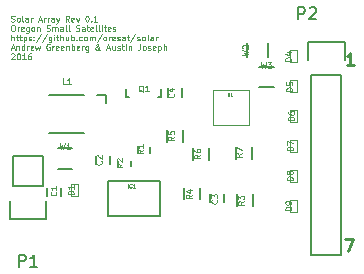
<source format=gbr>
G04 #@! TF.FileFunction,Legend,Top*
%FSLAX46Y46*%
G04 Gerber Fmt 4.6, Leading zero omitted, Abs format (unit mm)*
G04 Created by KiCad (PCBNEW 4.0.1+dfsg1-stable) date Thu 10 Mar 2016 03:19:20 PM PST*
%MOMM*%
G01*
G04 APERTURE LIST*
%ADD10C,0.020000*%
%ADD11C,0.100000*%
%ADD12C,0.250000*%
%ADD13C,0.150000*%
%ADD14C,0.050000*%
%ADD15C,0.125000*%
%ADD16C,0.060000*%
%ADD17C,0.062500*%
G04 APERTURE END LIST*
D10*
D11*
X130905238Y-89026381D02*
X130976667Y-89050190D01*
X131095714Y-89050190D01*
X131143333Y-89026381D01*
X131167143Y-89002571D01*
X131190952Y-88954952D01*
X131190952Y-88907333D01*
X131167143Y-88859714D01*
X131143333Y-88835905D01*
X131095714Y-88812095D01*
X131000476Y-88788286D01*
X130952857Y-88764476D01*
X130929048Y-88740667D01*
X130905238Y-88693048D01*
X130905238Y-88645429D01*
X130929048Y-88597810D01*
X130952857Y-88574000D01*
X131000476Y-88550190D01*
X131119524Y-88550190D01*
X131190952Y-88574000D01*
X131476666Y-89050190D02*
X131429047Y-89026381D01*
X131405238Y-89002571D01*
X131381428Y-88954952D01*
X131381428Y-88812095D01*
X131405238Y-88764476D01*
X131429047Y-88740667D01*
X131476666Y-88716857D01*
X131548095Y-88716857D01*
X131595714Y-88740667D01*
X131619523Y-88764476D01*
X131643333Y-88812095D01*
X131643333Y-88954952D01*
X131619523Y-89002571D01*
X131595714Y-89026381D01*
X131548095Y-89050190D01*
X131476666Y-89050190D01*
X131929047Y-89050190D02*
X131881428Y-89026381D01*
X131857619Y-88978762D01*
X131857619Y-88550190D01*
X132333809Y-89050190D02*
X132333809Y-88788286D01*
X132310000Y-88740667D01*
X132262381Y-88716857D01*
X132167143Y-88716857D01*
X132119524Y-88740667D01*
X132333809Y-89026381D02*
X132286190Y-89050190D01*
X132167143Y-89050190D01*
X132119524Y-89026381D01*
X132095714Y-88978762D01*
X132095714Y-88931143D01*
X132119524Y-88883524D01*
X132167143Y-88859714D01*
X132286190Y-88859714D01*
X132333809Y-88835905D01*
X132571905Y-89050190D02*
X132571905Y-88716857D01*
X132571905Y-88812095D02*
X132595714Y-88764476D01*
X132619524Y-88740667D01*
X132667143Y-88716857D01*
X132714762Y-88716857D01*
X133238571Y-88907333D02*
X133476666Y-88907333D01*
X133190952Y-89050190D02*
X133357619Y-88550190D01*
X133524285Y-89050190D01*
X133690952Y-89050190D02*
X133690952Y-88716857D01*
X133690952Y-88812095D02*
X133714761Y-88764476D01*
X133738571Y-88740667D01*
X133786190Y-88716857D01*
X133833809Y-88716857D01*
X134000476Y-89050190D02*
X134000476Y-88716857D01*
X134000476Y-88812095D02*
X134024285Y-88764476D01*
X134048095Y-88740667D01*
X134095714Y-88716857D01*
X134143333Y-88716857D01*
X134524285Y-89050190D02*
X134524285Y-88788286D01*
X134500476Y-88740667D01*
X134452857Y-88716857D01*
X134357619Y-88716857D01*
X134310000Y-88740667D01*
X134524285Y-89026381D02*
X134476666Y-89050190D01*
X134357619Y-89050190D01*
X134310000Y-89026381D01*
X134286190Y-88978762D01*
X134286190Y-88931143D01*
X134310000Y-88883524D01*
X134357619Y-88859714D01*
X134476666Y-88859714D01*
X134524285Y-88835905D01*
X134714762Y-88716857D02*
X134833809Y-89050190D01*
X134952857Y-88716857D02*
X134833809Y-89050190D01*
X134786190Y-89169238D01*
X134762381Y-89193048D01*
X134714762Y-89216857D01*
X135809999Y-89050190D02*
X135643332Y-88812095D01*
X135524285Y-89050190D02*
X135524285Y-88550190D01*
X135714761Y-88550190D01*
X135762380Y-88574000D01*
X135786189Y-88597810D01*
X135809999Y-88645429D01*
X135809999Y-88716857D01*
X135786189Y-88764476D01*
X135762380Y-88788286D01*
X135714761Y-88812095D01*
X135524285Y-88812095D01*
X136214761Y-89026381D02*
X136167142Y-89050190D01*
X136071904Y-89050190D01*
X136024285Y-89026381D01*
X136000475Y-88978762D01*
X136000475Y-88788286D01*
X136024285Y-88740667D01*
X136071904Y-88716857D01*
X136167142Y-88716857D01*
X136214761Y-88740667D01*
X136238570Y-88788286D01*
X136238570Y-88835905D01*
X136000475Y-88883524D01*
X136405237Y-88716857D02*
X136524284Y-89050190D01*
X136643332Y-88716857D01*
X137309998Y-88550190D02*
X137357617Y-88550190D01*
X137405236Y-88574000D01*
X137429045Y-88597810D01*
X137452855Y-88645429D01*
X137476664Y-88740667D01*
X137476664Y-88859714D01*
X137452855Y-88954952D01*
X137429045Y-89002571D01*
X137405236Y-89026381D01*
X137357617Y-89050190D01*
X137309998Y-89050190D01*
X137262379Y-89026381D01*
X137238569Y-89002571D01*
X137214760Y-88954952D01*
X137190950Y-88859714D01*
X137190950Y-88740667D01*
X137214760Y-88645429D01*
X137238569Y-88597810D01*
X137262379Y-88574000D01*
X137309998Y-88550190D01*
X137690950Y-89002571D02*
X137714759Y-89026381D01*
X137690950Y-89050190D01*
X137667140Y-89026381D01*
X137690950Y-89002571D01*
X137690950Y-89050190D01*
X138190949Y-89050190D02*
X137905235Y-89050190D01*
X138048092Y-89050190D02*
X138048092Y-88550190D01*
X138000473Y-88621619D01*
X137952854Y-88669238D01*
X137905235Y-88693048D01*
X131024286Y-89350190D02*
X131119524Y-89350190D01*
X131167143Y-89374000D01*
X131214762Y-89421619D01*
X131238571Y-89516857D01*
X131238571Y-89683524D01*
X131214762Y-89778762D01*
X131167143Y-89826381D01*
X131119524Y-89850190D01*
X131024286Y-89850190D01*
X130976667Y-89826381D01*
X130929048Y-89778762D01*
X130905238Y-89683524D01*
X130905238Y-89516857D01*
X130929048Y-89421619D01*
X130976667Y-89374000D01*
X131024286Y-89350190D01*
X131452858Y-89850190D02*
X131452858Y-89516857D01*
X131452858Y-89612095D02*
X131476667Y-89564476D01*
X131500477Y-89540667D01*
X131548096Y-89516857D01*
X131595715Y-89516857D01*
X131952858Y-89826381D02*
X131905239Y-89850190D01*
X131810001Y-89850190D01*
X131762382Y-89826381D01*
X131738572Y-89778762D01*
X131738572Y-89588286D01*
X131762382Y-89540667D01*
X131810001Y-89516857D01*
X131905239Y-89516857D01*
X131952858Y-89540667D01*
X131976667Y-89588286D01*
X131976667Y-89635905D01*
X131738572Y-89683524D01*
X132405238Y-89516857D02*
X132405238Y-89921619D01*
X132381429Y-89969238D01*
X132357619Y-89993048D01*
X132310000Y-90016857D01*
X132238572Y-90016857D01*
X132190953Y-89993048D01*
X132405238Y-89826381D02*
X132357619Y-89850190D01*
X132262381Y-89850190D01*
X132214762Y-89826381D01*
X132190953Y-89802571D01*
X132167143Y-89754952D01*
X132167143Y-89612095D01*
X132190953Y-89564476D01*
X132214762Y-89540667D01*
X132262381Y-89516857D01*
X132357619Y-89516857D01*
X132405238Y-89540667D01*
X132714762Y-89850190D02*
X132667143Y-89826381D01*
X132643334Y-89802571D01*
X132619524Y-89754952D01*
X132619524Y-89612095D01*
X132643334Y-89564476D01*
X132667143Y-89540667D01*
X132714762Y-89516857D01*
X132786191Y-89516857D01*
X132833810Y-89540667D01*
X132857619Y-89564476D01*
X132881429Y-89612095D01*
X132881429Y-89754952D01*
X132857619Y-89802571D01*
X132833810Y-89826381D01*
X132786191Y-89850190D01*
X132714762Y-89850190D01*
X133095715Y-89516857D02*
X133095715Y-89850190D01*
X133095715Y-89564476D02*
X133119524Y-89540667D01*
X133167143Y-89516857D01*
X133238572Y-89516857D01*
X133286191Y-89540667D01*
X133310000Y-89588286D01*
X133310000Y-89850190D01*
X133905238Y-89826381D02*
X133976667Y-89850190D01*
X134095714Y-89850190D01*
X134143333Y-89826381D01*
X134167143Y-89802571D01*
X134190952Y-89754952D01*
X134190952Y-89707333D01*
X134167143Y-89659714D01*
X134143333Y-89635905D01*
X134095714Y-89612095D01*
X134000476Y-89588286D01*
X133952857Y-89564476D01*
X133929048Y-89540667D01*
X133905238Y-89493048D01*
X133905238Y-89445429D01*
X133929048Y-89397810D01*
X133952857Y-89374000D01*
X134000476Y-89350190D01*
X134119524Y-89350190D01*
X134190952Y-89374000D01*
X134405238Y-89850190D02*
X134405238Y-89516857D01*
X134405238Y-89564476D02*
X134429047Y-89540667D01*
X134476666Y-89516857D01*
X134548095Y-89516857D01*
X134595714Y-89540667D01*
X134619523Y-89588286D01*
X134619523Y-89850190D01*
X134619523Y-89588286D02*
X134643333Y-89540667D01*
X134690952Y-89516857D01*
X134762380Y-89516857D01*
X134810000Y-89540667D01*
X134833809Y-89588286D01*
X134833809Y-89850190D01*
X135286190Y-89850190D02*
X135286190Y-89588286D01*
X135262381Y-89540667D01*
X135214762Y-89516857D01*
X135119524Y-89516857D01*
X135071905Y-89540667D01*
X135286190Y-89826381D02*
X135238571Y-89850190D01*
X135119524Y-89850190D01*
X135071905Y-89826381D01*
X135048095Y-89778762D01*
X135048095Y-89731143D01*
X135071905Y-89683524D01*
X135119524Y-89659714D01*
X135238571Y-89659714D01*
X135286190Y-89635905D01*
X135595714Y-89850190D02*
X135548095Y-89826381D01*
X135524286Y-89778762D01*
X135524286Y-89350190D01*
X135857619Y-89850190D02*
X135810000Y-89826381D01*
X135786191Y-89778762D01*
X135786191Y-89350190D01*
X136405238Y-89826381D02*
X136476667Y-89850190D01*
X136595714Y-89850190D01*
X136643333Y-89826381D01*
X136667143Y-89802571D01*
X136690952Y-89754952D01*
X136690952Y-89707333D01*
X136667143Y-89659714D01*
X136643333Y-89635905D01*
X136595714Y-89612095D01*
X136500476Y-89588286D01*
X136452857Y-89564476D01*
X136429048Y-89540667D01*
X136405238Y-89493048D01*
X136405238Y-89445429D01*
X136429048Y-89397810D01*
X136452857Y-89374000D01*
X136500476Y-89350190D01*
X136619524Y-89350190D01*
X136690952Y-89374000D01*
X137119523Y-89850190D02*
X137119523Y-89588286D01*
X137095714Y-89540667D01*
X137048095Y-89516857D01*
X136952857Y-89516857D01*
X136905238Y-89540667D01*
X137119523Y-89826381D02*
X137071904Y-89850190D01*
X136952857Y-89850190D01*
X136905238Y-89826381D01*
X136881428Y-89778762D01*
X136881428Y-89731143D01*
X136905238Y-89683524D01*
X136952857Y-89659714D01*
X137071904Y-89659714D01*
X137119523Y-89635905D01*
X137286190Y-89516857D02*
X137476666Y-89516857D01*
X137357619Y-89350190D02*
X137357619Y-89778762D01*
X137381428Y-89826381D01*
X137429047Y-89850190D01*
X137476666Y-89850190D01*
X137833809Y-89826381D02*
X137786190Y-89850190D01*
X137690952Y-89850190D01*
X137643333Y-89826381D01*
X137619523Y-89778762D01*
X137619523Y-89588286D01*
X137643333Y-89540667D01*
X137690952Y-89516857D01*
X137786190Y-89516857D01*
X137833809Y-89540667D01*
X137857618Y-89588286D01*
X137857618Y-89635905D01*
X137619523Y-89683524D01*
X138143332Y-89850190D02*
X138095713Y-89826381D01*
X138071904Y-89778762D01*
X138071904Y-89350190D01*
X138405237Y-89850190D02*
X138357618Y-89826381D01*
X138333809Y-89778762D01*
X138333809Y-89350190D01*
X138595714Y-89850190D02*
X138595714Y-89516857D01*
X138595714Y-89350190D02*
X138571904Y-89374000D01*
X138595714Y-89397810D01*
X138619523Y-89374000D01*
X138595714Y-89350190D01*
X138595714Y-89397810D01*
X138762380Y-89516857D02*
X138952856Y-89516857D01*
X138833809Y-89350190D02*
X138833809Y-89778762D01*
X138857618Y-89826381D01*
X138905237Y-89850190D01*
X138952856Y-89850190D01*
X139309999Y-89826381D02*
X139262380Y-89850190D01*
X139167142Y-89850190D01*
X139119523Y-89826381D01*
X139095713Y-89778762D01*
X139095713Y-89588286D01*
X139119523Y-89540667D01*
X139167142Y-89516857D01*
X139262380Y-89516857D01*
X139309999Y-89540667D01*
X139333808Y-89588286D01*
X139333808Y-89635905D01*
X139095713Y-89683524D01*
X139524284Y-89826381D02*
X139571903Y-89850190D01*
X139667141Y-89850190D01*
X139714760Y-89826381D01*
X139738570Y-89778762D01*
X139738570Y-89754952D01*
X139714760Y-89707333D01*
X139667141Y-89683524D01*
X139595713Y-89683524D01*
X139548094Y-89659714D01*
X139524284Y-89612095D01*
X139524284Y-89588286D01*
X139548094Y-89540667D01*
X139595713Y-89516857D01*
X139667141Y-89516857D01*
X139714760Y-89540667D01*
X130929048Y-90650190D02*
X130929048Y-90150190D01*
X131143333Y-90650190D02*
X131143333Y-90388286D01*
X131119524Y-90340667D01*
X131071905Y-90316857D01*
X131000476Y-90316857D01*
X130952857Y-90340667D01*
X130929048Y-90364476D01*
X131310000Y-90316857D02*
X131500476Y-90316857D01*
X131381429Y-90150190D02*
X131381429Y-90578762D01*
X131405238Y-90626381D01*
X131452857Y-90650190D01*
X131500476Y-90650190D01*
X131595714Y-90316857D02*
X131786190Y-90316857D01*
X131667143Y-90150190D02*
X131667143Y-90578762D01*
X131690952Y-90626381D01*
X131738571Y-90650190D01*
X131786190Y-90650190D01*
X131952857Y-90316857D02*
X131952857Y-90816857D01*
X131952857Y-90340667D02*
X132000476Y-90316857D01*
X132095714Y-90316857D01*
X132143333Y-90340667D01*
X132167142Y-90364476D01*
X132190952Y-90412095D01*
X132190952Y-90554952D01*
X132167142Y-90602571D01*
X132143333Y-90626381D01*
X132095714Y-90650190D01*
X132000476Y-90650190D01*
X131952857Y-90626381D01*
X132381428Y-90626381D02*
X132429047Y-90650190D01*
X132524285Y-90650190D01*
X132571904Y-90626381D01*
X132595714Y-90578762D01*
X132595714Y-90554952D01*
X132571904Y-90507333D01*
X132524285Y-90483524D01*
X132452857Y-90483524D01*
X132405238Y-90459714D01*
X132381428Y-90412095D01*
X132381428Y-90388286D01*
X132405238Y-90340667D01*
X132452857Y-90316857D01*
X132524285Y-90316857D01*
X132571904Y-90340667D01*
X132810000Y-90602571D02*
X132833809Y-90626381D01*
X132810000Y-90650190D01*
X132786190Y-90626381D01*
X132810000Y-90602571D01*
X132810000Y-90650190D01*
X132810000Y-90340667D02*
X132833809Y-90364476D01*
X132810000Y-90388286D01*
X132786190Y-90364476D01*
X132810000Y-90340667D01*
X132810000Y-90388286D01*
X133405237Y-90126381D02*
X132976666Y-90769238D01*
X133929047Y-90126381D02*
X133500476Y-90769238D01*
X134310000Y-90316857D02*
X134310000Y-90721619D01*
X134286191Y-90769238D01*
X134262381Y-90793048D01*
X134214762Y-90816857D01*
X134143334Y-90816857D01*
X134095715Y-90793048D01*
X134310000Y-90626381D02*
X134262381Y-90650190D01*
X134167143Y-90650190D01*
X134119524Y-90626381D01*
X134095715Y-90602571D01*
X134071905Y-90554952D01*
X134071905Y-90412095D01*
X134095715Y-90364476D01*
X134119524Y-90340667D01*
X134167143Y-90316857D01*
X134262381Y-90316857D01*
X134310000Y-90340667D01*
X134548096Y-90650190D02*
X134548096Y-90316857D01*
X134548096Y-90150190D02*
X134524286Y-90174000D01*
X134548096Y-90197810D01*
X134571905Y-90174000D01*
X134548096Y-90150190D01*
X134548096Y-90197810D01*
X134714762Y-90316857D02*
X134905238Y-90316857D01*
X134786191Y-90150190D02*
X134786191Y-90578762D01*
X134810000Y-90626381D01*
X134857619Y-90650190D01*
X134905238Y-90650190D01*
X135071905Y-90650190D02*
X135071905Y-90150190D01*
X135286190Y-90650190D02*
X135286190Y-90388286D01*
X135262381Y-90340667D01*
X135214762Y-90316857D01*
X135143333Y-90316857D01*
X135095714Y-90340667D01*
X135071905Y-90364476D01*
X135738571Y-90316857D02*
X135738571Y-90650190D01*
X135524286Y-90316857D02*
X135524286Y-90578762D01*
X135548095Y-90626381D01*
X135595714Y-90650190D01*
X135667143Y-90650190D01*
X135714762Y-90626381D01*
X135738571Y-90602571D01*
X135976667Y-90650190D02*
X135976667Y-90150190D01*
X135976667Y-90340667D02*
X136024286Y-90316857D01*
X136119524Y-90316857D01*
X136167143Y-90340667D01*
X136190952Y-90364476D01*
X136214762Y-90412095D01*
X136214762Y-90554952D01*
X136190952Y-90602571D01*
X136167143Y-90626381D01*
X136119524Y-90650190D01*
X136024286Y-90650190D01*
X135976667Y-90626381D01*
X136429048Y-90602571D02*
X136452857Y-90626381D01*
X136429048Y-90650190D01*
X136405238Y-90626381D01*
X136429048Y-90602571D01*
X136429048Y-90650190D01*
X136881428Y-90626381D02*
X136833809Y-90650190D01*
X136738571Y-90650190D01*
X136690952Y-90626381D01*
X136667143Y-90602571D01*
X136643333Y-90554952D01*
X136643333Y-90412095D01*
X136667143Y-90364476D01*
X136690952Y-90340667D01*
X136738571Y-90316857D01*
X136833809Y-90316857D01*
X136881428Y-90340667D01*
X137167142Y-90650190D02*
X137119523Y-90626381D01*
X137095714Y-90602571D01*
X137071904Y-90554952D01*
X137071904Y-90412095D01*
X137095714Y-90364476D01*
X137119523Y-90340667D01*
X137167142Y-90316857D01*
X137238571Y-90316857D01*
X137286190Y-90340667D01*
X137309999Y-90364476D01*
X137333809Y-90412095D01*
X137333809Y-90554952D01*
X137309999Y-90602571D01*
X137286190Y-90626381D01*
X137238571Y-90650190D01*
X137167142Y-90650190D01*
X137548095Y-90650190D02*
X137548095Y-90316857D01*
X137548095Y-90364476D02*
X137571904Y-90340667D01*
X137619523Y-90316857D01*
X137690952Y-90316857D01*
X137738571Y-90340667D01*
X137762380Y-90388286D01*
X137762380Y-90650190D01*
X137762380Y-90388286D02*
X137786190Y-90340667D01*
X137833809Y-90316857D01*
X137905237Y-90316857D01*
X137952857Y-90340667D01*
X137976666Y-90388286D01*
X137976666Y-90650190D01*
X138571904Y-90126381D02*
X138143333Y-90769238D01*
X138810000Y-90650190D02*
X138762381Y-90626381D01*
X138738572Y-90602571D01*
X138714762Y-90554952D01*
X138714762Y-90412095D01*
X138738572Y-90364476D01*
X138762381Y-90340667D01*
X138810000Y-90316857D01*
X138881429Y-90316857D01*
X138929048Y-90340667D01*
X138952857Y-90364476D01*
X138976667Y-90412095D01*
X138976667Y-90554952D01*
X138952857Y-90602571D01*
X138929048Y-90626381D01*
X138881429Y-90650190D01*
X138810000Y-90650190D01*
X139190953Y-90650190D02*
X139190953Y-90316857D01*
X139190953Y-90412095D02*
X139214762Y-90364476D01*
X139238572Y-90340667D01*
X139286191Y-90316857D01*
X139333810Y-90316857D01*
X139690953Y-90626381D02*
X139643334Y-90650190D01*
X139548096Y-90650190D01*
X139500477Y-90626381D01*
X139476667Y-90578762D01*
X139476667Y-90388286D01*
X139500477Y-90340667D01*
X139548096Y-90316857D01*
X139643334Y-90316857D01*
X139690953Y-90340667D01*
X139714762Y-90388286D01*
X139714762Y-90435905D01*
X139476667Y-90483524D01*
X139905238Y-90626381D02*
X139952857Y-90650190D01*
X140048095Y-90650190D01*
X140095714Y-90626381D01*
X140119524Y-90578762D01*
X140119524Y-90554952D01*
X140095714Y-90507333D01*
X140048095Y-90483524D01*
X139976667Y-90483524D01*
X139929048Y-90459714D01*
X139905238Y-90412095D01*
X139905238Y-90388286D01*
X139929048Y-90340667D01*
X139976667Y-90316857D01*
X140048095Y-90316857D01*
X140095714Y-90340667D01*
X140548095Y-90650190D02*
X140548095Y-90388286D01*
X140524286Y-90340667D01*
X140476667Y-90316857D01*
X140381429Y-90316857D01*
X140333810Y-90340667D01*
X140548095Y-90626381D02*
X140500476Y-90650190D01*
X140381429Y-90650190D01*
X140333810Y-90626381D01*
X140310000Y-90578762D01*
X140310000Y-90531143D01*
X140333810Y-90483524D01*
X140381429Y-90459714D01*
X140500476Y-90459714D01*
X140548095Y-90435905D01*
X140714762Y-90316857D02*
X140905238Y-90316857D01*
X140786191Y-90150190D02*
X140786191Y-90578762D01*
X140810000Y-90626381D01*
X140857619Y-90650190D01*
X140905238Y-90650190D01*
X141429047Y-90126381D02*
X141000476Y-90769238D01*
X141571905Y-90626381D02*
X141619524Y-90650190D01*
X141714762Y-90650190D01*
X141762381Y-90626381D01*
X141786191Y-90578762D01*
X141786191Y-90554952D01*
X141762381Y-90507333D01*
X141714762Y-90483524D01*
X141643334Y-90483524D01*
X141595715Y-90459714D01*
X141571905Y-90412095D01*
X141571905Y-90388286D01*
X141595715Y-90340667D01*
X141643334Y-90316857D01*
X141714762Y-90316857D01*
X141762381Y-90340667D01*
X142071905Y-90650190D02*
X142024286Y-90626381D01*
X142000477Y-90602571D01*
X141976667Y-90554952D01*
X141976667Y-90412095D01*
X142000477Y-90364476D01*
X142024286Y-90340667D01*
X142071905Y-90316857D01*
X142143334Y-90316857D01*
X142190953Y-90340667D01*
X142214762Y-90364476D01*
X142238572Y-90412095D01*
X142238572Y-90554952D01*
X142214762Y-90602571D01*
X142190953Y-90626381D01*
X142143334Y-90650190D01*
X142071905Y-90650190D01*
X142524286Y-90650190D02*
X142476667Y-90626381D01*
X142452858Y-90578762D01*
X142452858Y-90150190D01*
X142929048Y-90650190D02*
X142929048Y-90388286D01*
X142905239Y-90340667D01*
X142857620Y-90316857D01*
X142762382Y-90316857D01*
X142714763Y-90340667D01*
X142929048Y-90626381D02*
X142881429Y-90650190D01*
X142762382Y-90650190D01*
X142714763Y-90626381D01*
X142690953Y-90578762D01*
X142690953Y-90531143D01*
X142714763Y-90483524D01*
X142762382Y-90459714D01*
X142881429Y-90459714D01*
X142929048Y-90435905D01*
X143167144Y-90650190D02*
X143167144Y-90316857D01*
X143167144Y-90412095D02*
X143190953Y-90364476D01*
X143214763Y-90340667D01*
X143262382Y-90316857D01*
X143310001Y-90316857D01*
X130905238Y-91307333D02*
X131143333Y-91307333D01*
X130857619Y-91450190D02*
X131024286Y-90950190D01*
X131190952Y-91450190D01*
X131357619Y-91116857D02*
X131357619Y-91450190D01*
X131357619Y-91164476D02*
X131381428Y-91140667D01*
X131429047Y-91116857D01*
X131500476Y-91116857D01*
X131548095Y-91140667D01*
X131571904Y-91188286D01*
X131571904Y-91450190D01*
X132024285Y-91450190D02*
X132024285Y-90950190D01*
X132024285Y-91426381D02*
X131976666Y-91450190D01*
X131881428Y-91450190D01*
X131833809Y-91426381D01*
X131810000Y-91402571D01*
X131786190Y-91354952D01*
X131786190Y-91212095D01*
X131810000Y-91164476D01*
X131833809Y-91140667D01*
X131881428Y-91116857D01*
X131976666Y-91116857D01*
X132024285Y-91140667D01*
X132262381Y-91450190D02*
X132262381Y-91116857D01*
X132262381Y-91212095D02*
X132286190Y-91164476D01*
X132310000Y-91140667D01*
X132357619Y-91116857D01*
X132405238Y-91116857D01*
X132762381Y-91426381D02*
X132714762Y-91450190D01*
X132619524Y-91450190D01*
X132571905Y-91426381D01*
X132548095Y-91378762D01*
X132548095Y-91188286D01*
X132571905Y-91140667D01*
X132619524Y-91116857D01*
X132714762Y-91116857D01*
X132762381Y-91140667D01*
X132786190Y-91188286D01*
X132786190Y-91235905D01*
X132548095Y-91283524D01*
X132952857Y-91116857D02*
X133048095Y-91450190D01*
X133143333Y-91212095D01*
X133238571Y-91450190D01*
X133333809Y-91116857D01*
X134167142Y-90974000D02*
X134119523Y-90950190D01*
X134048095Y-90950190D01*
X133976666Y-90974000D01*
X133929047Y-91021619D01*
X133905238Y-91069238D01*
X133881428Y-91164476D01*
X133881428Y-91235905D01*
X133905238Y-91331143D01*
X133929047Y-91378762D01*
X133976666Y-91426381D01*
X134048095Y-91450190D01*
X134095714Y-91450190D01*
X134167142Y-91426381D01*
X134190952Y-91402571D01*
X134190952Y-91235905D01*
X134095714Y-91235905D01*
X134405238Y-91450190D02*
X134405238Y-91116857D01*
X134405238Y-91212095D02*
X134429047Y-91164476D01*
X134452857Y-91140667D01*
X134500476Y-91116857D01*
X134548095Y-91116857D01*
X134905238Y-91426381D02*
X134857619Y-91450190D01*
X134762381Y-91450190D01*
X134714762Y-91426381D01*
X134690952Y-91378762D01*
X134690952Y-91188286D01*
X134714762Y-91140667D01*
X134762381Y-91116857D01*
X134857619Y-91116857D01*
X134905238Y-91140667D01*
X134929047Y-91188286D01*
X134929047Y-91235905D01*
X134690952Y-91283524D01*
X135333809Y-91426381D02*
X135286190Y-91450190D01*
X135190952Y-91450190D01*
X135143333Y-91426381D01*
X135119523Y-91378762D01*
X135119523Y-91188286D01*
X135143333Y-91140667D01*
X135190952Y-91116857D01*
X135286190Y-91116857D01*
X135333809Y-91140667D01*
X135357618Y-91188286D01*
X135357618Y-91235905D01*
X135119523Y-91283524D01*
X135571904Y-91116857D02*
X135571904Y-91450190D01*
X135571904Y-91164476D02*
X135595713Y-91140667D01*
X135643332Y-91116857D01*
X135714761Y-91116857D01*
X135762380Y-91140667D01*
X135786189Y-91188286D01*
X135786189Y-91450190D01*
X136024285Y-91450190D02*
X136024285Y-90950190D01*
X136024285Y-91140667D02*
X136071904Y-91116857D01*
X136167142Y-91116857D01*
X136214761Y-91140667D01*
X136238570Y-91164476D01*
X136262380Y-91212095D01*
X136262380Y-91354952D01*
X136238570Y-91402571D01*
X136214761Y-91426381D01*
X136167142Y-91450190D01*
X136071904Y-91450190D01*
X136024285Y-91426381D01*
X136667142Y-91426381D02*
X136619523Y-91450190D01*
X136524285Y-91450190D01*
X136476666Y-91426381D01*
X136452856Y-91378762D01*
X136452856Y-91188286D01*
X136476666Y-91140667D01*
X136524285Y-91116857D01*
X136619523Y-91116857D01*
X136667142Y-91140667D01*
X136690951Y-91188286D01*
X136690951Y-91235905D01*
X136452856Y-91283524D01*
X136905237Y-91450190D02*
X136905237Y-91116857D01*
X136905237Y-91212095D02*
X136929046Y-91164476D01*
X136952856Y-91140667D01*
X137000475Y-91116857D01*
X137048094Y-91116857D01*
X137429046Y-91116857D02*
X137429046Y-91521619D01*
X137405237Y-91569238D01*
X137381427Y-91593048D01*
X137333808Y-91616857D01*
X137262380Y-91616857D01*
X137214761Y-91593048D01*
X137429046Y-91426381D02*
X137381427Y-91450190D01*
X137286189Y-91450190D01*
X137238570Y-91426381D01*
X137214761Y-91402571D01*
X137190951Y-91354952D01*
X137190951Y-91212095D01*
X137214761Y-91164476D01*
X137238570Y-91140667D01*
X137286189Y-91116857D01*
X137381427Y-91116857D01*
X137429046Y-91140667D01*
X138452856Y-91450190D02*
X138429046Y-91450190D01*
X138381427Y-91426381D01*
X138309998Y-91354952D01*
X138190951Y-91212095D01*
X138143332Y-91140667D01*
X138119522Y-91069238D01*
X138119522Y-91021619D01*
X138143332Y-90974000D01*
X138190951Y-90950190D01*
X138214760Y-90950190D01*
X138262379Y-90974000D01*
X138286189Y-91021619D01*
X138286189Y-91045429D01*
X138262379Y-91093048D01*
X138238570Y-91116857D01*
X138095713Y-91212095D01*
X138071903Y-91235905D01*
X138048094Y-91283524D01*
X138048094Y-91354952D01*
X138071903Y-91402571D01*
X138095713Y-91426381D01*
X138143332Y-91450190D01*
X138214760Y-91450190D01*
X138262379Y-91426381D01*
X138286189Y-91402571D01*
X138357617Y-91307333D01*
X138381427Y-91235905D01*
X138381427Y-91188286D01*
X139024284Y-91307333D02*
X139262379Y-91307333D01*
X138976665Y-91450190D02*
X139143332Y-90950190D01*
X139309998Y-91450190D01*
X139690950Y-91116857D02*
X139690950Y-91450190D01*
X139476665Y-91116857D02*
X139476665Y-91378762D01*
X139500474Y-91426381D01*
X139548093Y-91450190D01*
X139619522Y-91450190D01*
X139667141Y-91426381D01*
X139690950Y-91402571D01*
X139905236Y-91426381D02*
X139952855Y-91450190D01*
X140048093Y-91450190D01*
X140095712Y-91426381D01*
X140119522Y-91378762D01*
X140119522Y-91354952D01*
X140095712Y-91307333D01*
X140048093Y-91283524D01*
X139976665Y-91283524D01*
X139929046Y-91259714D01*
X139905236Y-91212095D01*
X139905236Y-91188286D01*
X139929046Y-91140667D01*
X139976665Y-91116857D01*
X140048093Y-91116857D01*
X140095712Y-91140667D01*
X140262379Y-91116857D02*
X140452855Y-91116857D01*
X140333808Y-90950190D02*
X140333808Y-91378762D01*
X140357617Y-91426381D01*
X140405236Y-91450190D01*
X140452855Y-91450190D01*
X140619522Y-91450190D02*
X140619522Y-91116857D01*
X140619522Y-90950190D02*
X140595712Y-90974000D01*
X140619522Y-90997810D01*
X140643331Y-90974000D01*
X140619522Y-90950190D01*
X140619522Y-90997810D01*
X140857617Y-91116857D02*
X140857617Y-91450190D01*
X140857617Y-91164476D02*
X140881426Y-91140667D01*
X140929045Y-91116857D01*
X141000474Y-91116857D01*
X141048093Y-91140667D01*
X141071902Y-91188286D01*
X141071902Y-91450190D01*
X141833807Y-90950190D02*
X141833807Y-91307333D01*
X141809997Y-91378762D01*
X141762378Y-91426381D01*
X141690950Y-91450190D01*
X141643331Y-91450190D01*
X142143330Y-91450190D02*
X142095711Y-91426381D01*
X142071902Y-91402571D01*
X142048092Y-91354952D01*
X142048092Y-91212095D01*
X142071902Y-91164476D01*
X142095711Y-91140667D01*
X142143330Y-91116857D01*
X142214759Y-91116857D01*
X142262378Y-91140667D01*
X142286187Y-91164476D01*
X142309997Y-91212095D01*
X142309997Y-91354952D01*
X142286187Y-91402571D01*
X142262378Y-91426381D01*
X142214759Y-91450190D01*
X142143330Y-91450190D01*
X142500473Y-91426381D02*
X142548092Y-91450190D01*
X142643330Y-91450190D01*
X142690949Y-91426381D01*
X142714759Y-91378762D01*
X142714759Y-91354952D01*
X142690949Y-91307333D01*
X142643330Y-91283524D01*
X142571902Y-91283524D01*
X142524283Y-91259714D01*
X142500473Y-91212095D01*
X142500473Y-91188286D01*
X142524283Y-91140667D01*
X142571902Y-91116857D01*
X142643330Y-91116857D01*
X142690949Y-91140667D01*
X143119521Y-91426381D02*
X143071902Y-91450190D01*
X142976664Y-91450190D01*
X142929045Y-91426381D01*
X142905235Y-91378762D01*
X142905235Y-91188286D01*
X142929045Y-91140667D01*
X142976664Y-91116857D01*
X143071902Y-91116857D01*
X143119521Y-91140667D01*
X143143330Y-91188286D01*
X143143330Y-91235905D01*
X142905235Y-91283524D01*
X143357616Y-91116857D02*
X143357616Y-91616857D01*
X143357616Y-91140667D02*
X143405235Y-91116857D01*
X143500473Y-91116857D01*
X143548092Y-91140667D01*
X143571901Y-91164476D01*
X143595711Y-91212095D01*
X143595711Y-91354952D01*
X143571901Y-91402571D01*
X143548092Y-91426381D01*
X143500473Y-91450190D01*
X143405235Y-91450190D01*
X143357616Y-91426381D01*
X143809997Y-91450190D02*
X143809997Y-90950190D01*
X144024282Y-91450190D02*
X144024282Y-91188286D01*
X144000473Y-91140667D01*
X143952854Y-91116857D01*
X143881425Y-91116857D01*
X143833806Y-91140667D01*
X143809997Y-91164476D01*
X130905238Y-91797810D02*
X130929048Y-91774000D01*
X130976667Y-91750190D01*
X131095714Y-91750190D01*
X131143333Y-91774000D01*
X131167143Y-91797810D01*
X131190952Y-91845429D01*
X131190952Y-91893048D01*
X131167143Y-91964476D01*
X130881429Y-92250190D01*
X131190952Y-92250190D01*
X131500476Y-91750190D02*
X131548095Y-91750190D01*
X131595714Y-91774000D01*
X131619523Y-91797810D01*
X131643333Y-91845429D01*
X131667142Y-91940667D01*
X131667142Y-92059714D01*
X131643333Y-92154952D01*
X131619523Y-92202571D01*
X131595714Y-92226381D01*
X131548095Y-92250190D01*
X131500476Y-92250190D01*
X131452857Y-92226381D01*
X131429047Y-92202571D01*
X131405238Y-92154952D01*
X131381428Y-92059714D01*
X131381428Y-91940667D01*
X131405238Y-91845429D01*
X131429047Y-91797810D01*
X131452857Y-91774000D01*
X131500476Y-91750190D01*
X132143332Y-92250190D02*
X131857618Y-92250190D01*
X132000475Y-92250190D02*
X132000475Y-91750190D01*
X131952856Y-91821619D01*
X131905237Y-91869238D01*
X131857618Y-91893048D01*
X132571903Y-91750190D02*
X132476665Y-91750190D01*
X132429046Y-91774000D01*
X132405237Y-91797810D01*
X132357618Y-91869238D01*
X132333808Y-91964476D01*
X132333808Y-92154952D01*
X132357618Y-92202571D01*
X132381427Y-92226381D01*
X132429046Y-92250190D01*
X132524284Y-92250190D01*
X132571903Y-92226381D01*
X132595713Y-92202571D01*
X132619522Y-92154952D01*
X132619522Y-92035905D01*
X132595713Y-91988286D01*
X132571903Y-91964476D01*
X132524284Y-91940667D01*
X132429046Y-91940667D01*
X132381427Y-91964476D01*
X132357618Y-91988286D01*
X132333808Y-92035905D01*
D12*
X159153267Y-107478581D02*
X159819934Y-107478581D01*
X159391362Y-108478581D01*
X159899315Y-92705181D02*
X159327886Y-92705181D01*
X159613600Y-92705181D02*
X159613600Y-91705181D01*
X159518362Y-91848038D01*
X159423124Y-91943276D01*
X159327886Y-91990895D01*
D13*
X136083600Y-101509800D02*
X134883600Y-101509800D01*
X134883600Y-99759800D02*
X136083600Y-99759800D01*
X138947900Y-95288300D02*
X138947900Y-95938300D01*
X138197900Y-95288300D02*
X138947900Y-95288300D01*
X134097900Y-95288300D02*
X137097900Y-95288300D01*
X137097900Y-98488300D02*
X134097900Y-98488300D01*
X135118400Y-103104200D02*
X135118400Y-103804200D01*
X133918400Y-103804200D02*
X133918400Y-103104200D01*
X131051300Y-102971600D02*
X131051300Y-100431600D01*
X130771300Y-105791600D02*
X130771300Y-104241600D01*
X131051300Y-102971600D02*
X133591300Y-102971600D01*
X133871300Y-104241600D02*
X133871300Y-105791600D01*
X133871300Y-105791600D02*
X130771300Y-105791600D01*
X133591300Y-102971600D02*
X133591300Y-100431600D01*
X133591300Y-100431600D02*
X131051300Y-100431600D01*
X139087700Y-104050900D02*
X139087700Y-102550900D01*
X139087700Y-102550900D02*
X143487700Y-102550900D01*
X143487700Y-102550900D02*
X143487700Y-105550900D01*
X143487700Y-105550900D02*
X139087700Y-105550900D01*
X139087700Y-105550900D02*
X139087700Y-104050900D01*
D11*
X151029800Y-94816800D02*
X151029800Y-97816800D01*
X151029800Y-97816800D02*
X148029800Y-97816800D01*
X148029800Y-97816800D02*
X148029800Y-94816800D01*
X148029800Y-94816800D02*
X151029800Y-94816800D01*
D13*
X138084000Y-101111800D02*
X138084000Y-100411800D01*
X139284000Y-100411800D02*
X139284000Y-101111800D01*
X148910600Y-103612200D02*
X148910600Y-104312200D01*
X147710600Y-104312200D02*
X147710600Y-103612200D01*
X145354600Y-94696800D02*
X145354600Y-95396800D01*
X144154600Y-95396800D02*
X144154600Y-94696800D01*
D14*
X136271000Y-102791800D02*
X135961000Y-102791800D01*
X135961000Y-102791800D02*
X135961000Y-103811800D01*
X135961000Y-103811800D02*
X136581000Y-103811800D01*
X136581000Y-103811800D02*
X136581000Y-102791800D01*
X136581000Y-102791800D02*
X136261000Y-102791800D01*
X154838400Y-92458000D02*
X155148400Y-92458000D01*
X155148400Y-92458000D02*
X155148400Y-91438000D01*
X155148400Y-91438000D02*
X154528400Y-91438000D01*
X154528400Y-91438000D02*
X154528400Y-92458000D01*
X154528400Y-92458000D02*
X154848400Y-92458000D01*
X154838400Y-94998000D02*
X155148400Y-94998000D01*
X155148400Y-94998000D02*
X155148400Y-93978000D01*
X155148400Y-93978000D02*
X154528400Y-93978000D01*
X154528400Y-93978000D02*
X154528400Y-94998000D01*
X154528400Y-94998000D02*
X154848400Y-94998000D01*
X154838400Y-97563400D02*
X155148400Y-97563400D01*
X155148400Y-97563400D02*
X155148400Y-96543400D01*
X155148400Y-96543400D02*
X154528400Y-96543400D01*
X154528400Y-96543400D02*
X154528400Y-97563400D01*
X154528400Y-97563400D02*
X154848400Y-97563400D01*
X154838400Y-100103400D02*
X155148400Y-100103400D01*
X155148400Y-100103400D02*
X155148400Y-99083400D01*
X155148400Y-99083400D02*
X154528400Y-99083400D01*
X154528400Y-99083400D02*
X154528400Y-100103400D01*
X154528400Y-100103400D02*
X154848400Y-100103400D01*
X154838400Y-102643400D02*
X155148400Y-102643400D01*
X155148400Y-102643400D02*
X155148400Y-101623400D01*
X155148400Y-101623400D02*
X154528400Y-101623400D01*
X154528400Y-101623400D02*
X154528400Y-102643400D01*
X154528400Y-102643400D02*
X154848400Y-102643400D01*
X154838400Y-105183400D02*
X155148400Y-105183400D01*
X155148400Y-105183400D02*
X155148400Y-104163400D01*
X155148400Y-104163400D02*
X154528400Y-104163400D01*
X154528400Y-104163400D02*
X154528400Y-105183400D01*
X154528400Y-105183400D02*
X154848400Y-105183400D01*
D13*
X158851600Y-93573600D02*
X158851600Y-108813600D01*
X158851600Y-108813600D02*
X156311600Y-108813600D01*
X156311600Y-108813600D02*
X156311600Y-93573600D01*
X159131600Y-90753600D02*
X159131600Y-92303600D01*
X158851600Y-93573600D02*
X156311600Y-93573600D01*
X156031600Y-92303600D02*
X156031600Y-90753600D01*
X156031600Y-90753600D02*
X159131600Y-90753600D01*
X142701500Y-100186300D02*
X142701500Y-99686300D01*
X141651500Y-99686300D02*
X141651500Y-100186300D01*
X139962400Y-100816600D02*
X139962400Y-101316600D01*
X141012400Y-101316600D02*
X141012400Y-100816600D01*
X151411300Y-103690800D02*
X151411300Y-104690800D01*
X150061300Y-104690800D02*
X150061300Y-103690800D01*
X146928200Y-103106600D02*
X146928200Y-104106600D01*
X145578200Y-104106600D02*
X145578200Y-103106600D01*
X144105000Y-99229800D02*
X144105000Y-98229800D01*
X145455000Y-98229800D02*
X145455000Y-99229800D01*
X146340200Y-100728400D02*
X146340200Y-99728400D01*
X147690200Y-99728400D02*
X147690200Y-100728400D01*
X149947000Y-100703000D02*
X149947000Y-99703000D01*
X151297000Y-99703000D02*
X151297000Y-100703000D01*
X140813840Y-95468440D02*
X140862100Y-95468440D01*
X143612820Y-94767400D02*
X143612820Y-95468440D01*
X143612820Y-95468440D02*
X143363900Y-95468440D01*
X140813840Y-95468440D02*
X140613180Y-95468440D01*
X140613180Y-95468440D02*
X140613180Y-94767400D01*
X152614600Y-90840000D02*
X152614600Y-92040000D01*
X150864600Y-92040000D02*
X150864600Y-90840000D01*
X153127000Y-94626400D02*
X151927000Y-94626400D01*
X151927000Y-92876400D02*
X153127000Y-92876400D01*
D15*
X135005820Y-99370390D02*
X135124867Y-99870390D01*
X135220105Y-99513248D01*
X135315343Y-99870390D01*
X135434391Y-99370390D01*
X135886772Y-99870390D02*
X135601058Y-99870390D01*
X135743915Y-99870390D02*
X135743915Y-99370390D01*
X135696296Y-99441819D01*
X135648677Y-99489438D01*
X135601058Y-99513248D01*
X135514567Y-94364490D02*
X135276472Y-94364490D01*
X135276472Y-93864490D01*
X135943138Y-94364490D02*
X135657424Y-94364490D01*
X135800281Y-94364490D02*
X135800281Y-93864490D01*
X135752662Y-93935919D01*
X135705043Y-93983538D01*
X135657424Y-94007348D01*
X134696971Y-103461333D02*
X134720781Y-103485143D01*
X134744590Y-103556571D01*
X134744590Y-103604190D01*
X134720781Y-103675619D01*
X134673162Y-103723238D01*
X134625543Y-103747047D01*
X134530305Y-103770857D01*
X134458876Y-103770857D01*
X134363638Y-103747047D01*
X134316019Y-103723238D01*
X134268400Y-103675619D01*
X134244590Y-103604190D01*
X134244590Y-103556571D01*
X134268400Y-103485143D01*
X134292210Y-103461333D01*
X134744590Y-102985143D02*
X134744590Y-103270857D01*
X134744590Y-103128000D02*
X134244590Y-103128000D01*
X134316019Y-103175619D01*
X134363638Y-103223238D01*
X134387448Y-103270857D01*
D13*
X131583205Y-109793981D02*
X131583205Y-108793981D01*
X131964158Y-108793981D01*
X132059396Y-108841600D01*
X132107015Y-108889219D01*
X132154634Y-108984457D01*
X132154634Y-109127314D01*
X132107015Y-109222552D01*
X132059396Y-109270171D01*
X131964158Y-109317790D01*
X131583205Y-109317790D01*
X133107015Y-109793981D02*
X132535586Y-109793981D01*
X132821300Y-109793981D02*
X132821300Y-108793981D01*
X132726062Y-108936838D01*
X132630824Y-109032076D01*
X132535586Y-109079695D01*
D16*
X140782344Y-103099114D02*
X140782344Y-102799114D01*
X141096629Y-103070543D02*
X141082343Y-103084829D01*
X141039486Y-103099114D01*
X141010915Y-103099114D01*
X140968058Y-103084829D01*
X140939486Y-103056257D01*
X140925201Y-103027686D01*
X140910915Y-102970543D01*
X140910915Y-102927686D01*
X140925201Y-102870543D01*
X140939486Y-102841971D01*
X140968058Y-102813400D01*
X141010915Y-102799114D01*
X141039486Y-102799114D01*
X141082343Y-102813400D01*
X141096629Y-102827686D01*
X141382343Y-103099114D02*
X141210915Y-103099114D01*
X141296629Y-103099114D02*
X141296629Y-102799114D01*
X141268058Y-102841971D01*
X141239486Y-102870543D01*
X141210915Y-102884829D01*
D17*
X149239324Y-95079895D02*
X149239324Y-95282276D01*
X149251229Y-95306086D01*
X149263133Y-95317990D01*
X149286943Y-95329895D01*
X149334562Y-95329895D01*
X149358371Y-95317990D01*
X149370276Y-95306086D01*
X149382181Y-95282276D01*
X149382181Y-95079895D01*
X149632181Y-95329895D02*
X149489324Y-95329895D01*
X149560753Y-95329895D02*
X149560753Y-95079895D01*
X149536943Y-95115610D01*
X149513134Y-95139419D01*
X149489324Y-95151324D01*
D15*
X138532371Y-100845133D02*
X138556181Y-100868943D01*
X138579990Y-100940371D01*
X138579990Y-100987990D01*
X138556181Y-101059419D01*
X138508562Y-101107038D01*
X138460943Y-101130847D01*
X138365705Y-101154657D01*
X138294276Y-101154657D01*
X138199038Y-101130847D01*
X138151419Y-101107038D01*
X138103800Y-101059419D01*
X138079990Y-100987990D01*
X138079990Y-100940371D01*
X138103800Y-100868943D01*
X138127610Y-100845133D01*
X138127610Y-100654657D02*
X138103800Y-100630847D01*
X138079990Y-100583228D01*
X138079990Y-100464181D01*
X138103800Y-100416562D01*
X138127610Y-100392752D01*
X138175229Y-100368943D01*
X138222848Y-100368943D01*
X138294276Y-100392752D01*
X138579990Y-100678466D01*
X138579990Y-100368943D01*
X148311371Y-104147133D02*
X148335181Y-104170943D01*
X148358990Y-104242371D01*
X148358990Y-104289990D01*
X148335181Y-104361419D01*
X148287562Y-104409038D01*
X148239943Y-104432847D01*
X148144705Y-104456657D01*
X148073276Y-104456657D01*
X147978038Y-104432847D01*
X147930419Y-104409038D01*
X147882800Y-104361419D01*
X147858990Y-104289990D01*
X147858990Y-104242371D01*
X147882800Y-104170943D01*
X147906610Y-104147133D01*
X147858990Y-103980466D02*
X147858990Y-103670943D01*
X148049467Y-103837609D01*
X148049467Y-103766181D01*
X148073276Y-103718562D01*
X148097086Y-103694752D01*
X148144705Y-103670943D01*
X148263752Y-103670943D01*
X148311371Y-103694752D01*
X148335181Y-103718562D01*
X148358990Y-103766181D01*
X148358990Y-103909038D01*
X148335181Y-103956657D01*
X148311371Y-103980466D01*
X144653771Y-95155533D02*
X144677581Y-95179343D01*
X144701390Y-95250771D01*
X144701390Y-95298390D01*
X144677581Y-95369819D01*
X144629962Y-95417438D01*
X144582343Y-95441247D01*
X144487105Y-95465057D01*
X144415676Y-95465057D01*
X144320438Y-95441247D01*
X144272819Y-95417438D01*
X144225200Y-95369819D01*
X144201390Y-95298390D01*
X144201390Y-95250771D01*
X144225200Y-95179343D01*
X144249010Y-95155533D01*
X144368057Y-94726962D02*
X144701390Y-94726962D01*
X144177581Y-94846009D02*
X144534724Y-94965057D01*
X144534724Y-94655533D01*
X136192390Y-103670847D02*
X135692390Y-103670847D01*
X135692390Y-103551800D01*
X135716200Y-103480371D01*
X135763819Y-103432752D01*
X135811438Y-103408943D01*
X135906676Y-103385133D01*
X135978105Y-103385133D01*
X136073343Y-103408943D01*
X136120962Y-103432752D01*
X136168581Y-103480371D01*
X136192390Y-103551800D01*
X136192390Y-103670847D01*
X136192390Y-102908943D02*
X136192390Y-103194657D01*
X136192390Y-103051800D02*
X135692390Y-103051800D01*
X135763819Y-103099419D01*
X135811438Y-103147038D01*
X135835248Y-103194657D01*
X154607390Y-92367847D02*
X154107390Y-92367847D01*
X154107390Y-92248800D01*
X154131200Y-92177371D01*
X154178819Y-92129752D01*
X154226438Y-92105943D01*
X154321676Y-92082133D01*
X154393105Y-92082133D01*
X154488343Y-92105943D01*
X154535962Y-92129752D01*
X154583581Y-92177371D01*
X154607390Y-92248800D01*
X154607390Y-92367847D01*
X154274057Y-91653562D02*
X154607390Y-91653562D01*
X154083581Y-91772609D02*
X154440724Y-91891657D01*
X154440724Y-91582133D01*
X154708990Y-94907847D02*
X154208990Y-94907847D01*
X154208990Y-94788800D01*
X154232800Y-94717371D01*
X154280419Y-94669752D01*
X154328038Y-94645943D01*
X154423276Y-94622133D01*
X154494705Y-94622133D01*
X154589943Y-94645943D01*
X154637562Y-94669752D01*
X154685181Y-94717371D01*
X154708990Y-94788800D01*
X154708990Y-94907847D01*
X154208990Y-94169752D02*
X154208990Y-94407847D01*
X154447086Y-94431657D01*
X154423276Y-94407847D01*
X154399467Y-94360228D01*
X154399467Y-94241181D01*
X154423276Y-94193562D01*
X154447086Y-94169752D01*
X154494705Y-94145943D01*
X154613752Y-94145943D01*
X154661371Y-94169752D01*
X154685181Y-94193562D01*
X154708990Y-94241181D01*
X154708990Y-94360228D01*
X154685181Y-94407847D01*
X154661371Y-94431657D01*
X154861390Y-97397047D02*
X154361390Y-97397047D01*
X154361390Y-97278000D01*
X154385200Y-97206571D01*
X154432819Y-97158952D01*
X154480438Y-97135143D01*
X154575676Y-97111333D01*
X154647105Y-97111333D01*
X154742343Y-97135143D01*
X154789962Y-97158952D01*
X154837581Y-97206571D01*
X154861390Y-97278000D01*
X154861390Y-97397047D01*
X154361390Y-96682762D02*
X154361390Y-96778000D01*
X154385200Y-96825619D01*
X154409010Y-96849428D01*
X154480438Y-96897047D01*
X154575676Y-96920857D01*
X154766152Y-96920857D01*
X154813771Y-96897047D01*
X154837581Y-96873238D01*
X154861390Y-96825619D01*
X154861390Y-96730381D01*
X154837581Y-96682762D01*
X154813771Y-96658952D01*
X154766152Y-96635143D01*
X154647105Y-96635143D01*
X154599486Y-96658952D01*
X154575676Y-96682762D01*
X154551867Y-96730381D01*
X154551867Y-96825619D01*
X154575676Y-96873238D01*
X154599486Y-96897047D01*
X154647105Y-96920857D01*
X154759790Y-99937047D02*
X154259790Y-99937047D01*
X154259790Y-99818000D01*
X154283600Y-99746571D01*
X154331219Y-99698952D01*
X154378838Y-99675143D01*
X154474076Y-99651333D01*
X154545505Y-99651333D01*
X154640743Y-99675143D01*
X154688362Y-99698952D01*
X154735981Y-99746571D01*
X154759790Y-99818000D01*
X154759790Y-99937047D01*
X154259790Y-99484666D02*
X154259790Y-99151333D01*
X154759790Y-99365619D01*
X154734390Y-102451647D02*
X154234390Y-102451647D01*
X154234390Y-102332600D01*
X154258200Y-102261171D01*
X154305819Y-102213552D01*
X154353438Y-102189743D01*
X154448676Y-102165933D01*
X154520105Y-102165933D01*
X154615343Y-102189743D01*
X154662962Y-102213552D01*
X154710581Y-102261171D01*
X154734390Y-102332600D01*
X154734390Y-102451647D01*
X154448676Y-101880219D02*
X154424867Y-101927838D01*
X154401057Y-101951647D01*
X154353438Y-101975457D01*
X154329629Y-101975457D01*
X154282010Y-101951647D01*
X154258200Y-101927838D01*
X154234390Y-101880219D01*
X154234390Y-101784981D01*
X154258200Y-101737362D01*
X154282010Y-101713552D01*
X154329629Y-101689743D01*
X154353438Y-101689743D01*
X154401057Y-101713552D01*
X154424867Y-101737362D01*
X154448676Y-101784981D01*
X154448676Y-101880219D01*
X154472486Y-101927838D01*
X154496295Y-101951647D01*
X154543914Y-101975457D01*
X154639152Y-101975457D01*
X154686771Y-101951647D01*
X154710581Y-101927838D01*
X154734390Y-101880219D01*
X154734390Y-101784981D01*
X154710581Y-101737362D01*
X154686771Y-101713552D01*
X154639152Y-101689743D01*
X154543914Y-101689743D01*
X154496295Y-101713552D01*
X154472486Y-101737362D01*
X154448676Y-101784981D01*
X154632790Y-105017047D02*
X154132790Y-105017047D01*
X154132790Y-104898000D01*
X154156600Y-104826571D01*
X154204219Y-104778952D01*
X154251838Y-104755143D01*
X154347076Y-104731333D01*
X154418505Y-104731333D01*
X154513743Y-104755143D01*
X154561362Y-104778952D01*
X154608981Y-104826571D01*
X154632790Y-104898000D01*
X154632790Y-105017047D01*
X154632790Y-104493238D02*
X154632790Y-104398000D01*
X154608981Y-104350381D01*
X154585171Y-104326571D01*
X154513743Y-104278952D01*
X154418505Y-104255143D01*
X154228029Y-104255143D01*
X154180410Y-104278952D01*
X154156600Y-104302762D01*
X154132790Y-104350381D01*
X154132790Y-104445619D01*
X154156600Y-104493238D01*
X154180410Y-104517047D01*
X154228029Y-104540857D01*
X154347076Y-104540857D01*
X154394695Y-104517047D01*
X154418505Y-104493238D01*
X154442314Y-104445619D01*
X154442314Y-104350381D01*
X154418505Y-104302762D01*
X154394695Y-104278952D01*
X154347076Y-104255143D01*
D13*
X155217905Y-88844381D02*
X155217905Y-87844381D01*
X155598858Y-87844381D01*
X155694096Y-87892000D01*
X155741715Y-87939619D01*
X155789334Y-88034857D01*
X155789334Y-88177714D01*
X155741715Y-88272952D01*
X155694096Y-88320571D01*
X155598858Y-88368190D01*
X155217905Y-88368190D01*
X156170286Y-87939619D02*
X156217905Y-87892000D01*
X156313143Y-87844381D01*
X156551239Y-87844381D01*
X156646477Y-87892000D01*
X156694096Y-87939619D01*
X156741715Y-88034857D01*
X156741715Y-88130095D01*
X156694096Y-88272952D01*
X156122667Y-88844381D01*
X156741715Y-88844381D01*
D15*
X142085190Y-99905333D02*
X141847095Y-100072000D01*
X142085190Y-100191047D02*
X141585190Y-100191047D01*
X141585190Y-100000571D01*
X141609000Y-99952952D01*
X141632810Y-99929143D01*
X141680429Y-99905333D01*
X141751857Y-99905333D01*
X141799476Y-99929143D01*
X141823286Y-99952952D01*
X141847095Y-100000571D01*
X141847095Y-100191047D01*
X142085190Y-99429143D02*
X142085190Y-99714857D01*
X142085190Y-99572000D02*
X141585190Y-99572000D01*
X141656619Y-99619619D01*
X141704238Y-99667238D01*
X141728048Y-99714857D01*
X140332590Y-101099133D02*
X140094495Y-101265800D01*
X140332590Y-101384847D02*
X139832590Y-101384847D01*
X139832590Y-101194371D01*
X139856400Y-101146752D01*
X139880210Y-101122943D01*
X139927829Y-101099133D01*
X139999257Y-101099133D01*
X140046876Y-101122943D01*
X140070686Y-101146752D01*
X140094495Y-101194371D01*
X140094495Y-101384847D01*
X139880210Y-100908657D02*
X139856400Y-100884847D01*
X139832590Y-100837228D01*
X139832590Y-100718181D01*
X139856400Y-100670562D01*
X139880210Y-100646752D01*
X139927829Y-100622943D01*
X139975448Y-100622943D01*
X140046876Y-100646752D01*
X140332590Y-100932466D01*
X140332590Y-100622943D01*
X150619590Y-104274133D02*
X150381495Y-104440800D01*
X150619590Y-104559847D02*
X150119590Y-104559847D01*
X150119590Y-104369371D01*
X150143400Y-104321752D01*
X150167210Y-104297943D01*
X150214829Y-104274133D01*
X150286257Y-104274133D01*
X150333876Y-104297943D01*
X150357686Y-104321752D01*
X150381495Y-104369371D01*
X150381495Y-104559847D01*
X150119590Y-104107466D02*
X150119590Y-103797943D01*
X150310067Y-103964609D01*
X150310067Y-103893181D01*
X150333876Y-103845562D01*
X150357686Y-103821752D01*
X150405305Y-103797943D01*
X150524352Y-103797943D01*
X150571971Y-103821752D01*
X150595781Y-103845562D01*
X150619590Y-103893181D01*
X150619590Y-104036038D01*
X150595781Y-104083657D01*
X150571971Y-104107466D01*
X146199990Y-103715333D02*
X145961895Y-103882000D01*
X146199990Y-104001047D02*
X145699990Y-104001047D01*
X145699990Y-103810571D01*
X145723800Y-103762952D01*
X145747610Y-103739143D01*
X145795229Y-103715333D01*
X145866657Y-103715333D01*
X145914276Y-103739143D01*
X145938086Y-103762952D01*
X145961895Y-103810571D01*
X145961895Y-104001047D01*
X145866657Y-103286762D02*
X146199990Y-103286762D01*
X145676181Y-103405809D02*
X146033324Y-103524857D01*
X146033324Y-103215333D01*
X144701390Y-98787733D02*
X144463295Y-98954400D01*
X144701390Y-99073447D02*
X144201390Y-99073447D01*
X144201390Y-98882971D01*
X144225200Y-98835352D01*
X144249010Y-98811543D01*
X144296629Y-98787733D01*
X144368057Y-98787733D01*
X144415676Y-98811543D01*
X144439486Y-98835352D01*
X144463295Y-98882971D01*
X144463295Y-99073447D01*
X144201390Y-98335352D02*
X144201390Y-98573447D01*
X144439486Y-98597257D01*
X144415676Y-98573447D01*
X144391867Y-98525828D01*
X144391867Y-98406781D01*
X144415676Y-98359162D01*
X144439486Y-98335352D01*
X144487105Y-98311543D01*
X144606152Y-98311543D01*
X144653771Y-98335352D01*
X144677581Y-98359162D01*
X144701390Y-98406781D01*
X144701390Y-98525828D01*
X144677581Y-98573447D01*
X144653771Y-98597257D01*
X146911190Y-100311733D02*
X146673095Y-100478400D01*
X146911190Y-100597447D02*
X146411190Y-100597447D01*
X146411190Y-100406971D01*
X146435000Y-100359352D01*
X146458810Y-100335543D01*
X146506429Y-100311733D01*
X146577857Y-100311733D01*
X146625476Y-100335543D01*
X146649286Y-100359352D01*
X146673095Y-100406971D01*
X146673095Y-100597447D01*
X146411190Y-99883162D02*
X146411190Y-99978400D01*
X146435000Y-100026019D01*
X146458810Y-100049828D01*
X146530238Y-100097447D01*
X146625476Y-100121257D01*
X146815952Y-100121257D01*
X146863571Y-100097447D01*
X146887381Y-100073638D01*
X146911190Y-100026019D01*
X146911190Y-99930781D01*
X146887381Y-99883162D01*
X146863571Y-99859352D01*
X146815952Y-99835543D01*
X146696905Y-99835543D01*
X146649286Y-99859352D01*
X146625476Y-99883162D01*
X146601667Y-99930781D01*
X146601667Y-100026019D01*
X146625476Y-100073638D01*
X146649286Y-100097447D01*
X146696905Y-100121257D01*
X150416390Y-100210133D02*
X150178295Y-100376800D01*
X150416390Y-100495847D02*
X149916390Y-100495847D01*
X149916390Y-100305371D01*
X149940200Y-100257752D01*
X149964010Y-100233943D01*
X150011629Y-100210133D01*
X150083057Y-100210133D01*
X150130676Y-100233943D01*
X150154486Y-100257752D01*
X150178295Y-100305371D01*
X150178295Y-100495847D01*
X149916390Y-100043466D02*
X149916390Y-99710133D01*
X150416390Y-99924419D01*
X142090781Y-95015810D02*
X142043162Y-94992000D01*
X141995543Y-94944381D01*
X141924114Y-94872952D01*
X141876495Y-94849143D01*
X141828876Y-94849143D01*
X141852686Y-94968190D02*
X141805067Y-94944381D01*
X141757448Y-94896762D01*
X141733638Y-94801524D01*
X141733638Y-94634857D01*
X141757448Y-94539619D01*
X141805067Y-94492000D01*
X141852686Y-94468190D01*
X141947924Y-94468190D01*
X141995543Y-94492000D01*
X142043162Y-94539619D01*
X142066971Y-94634857D01*
X142066971Y-94801524D01*
X142043162Y-94896762D01*
X141995543Y-94944381D01*
X141947924Y-94968190D01*
X141852686Y-94968190D01*
X142543162Y-94968190D02*
X142257448Y-94968190D01*
X142400305Y-94968190D02*
X142400305Y-94468190D01*
X142352686Y-94539619D01*
X142305067Y-94587238D01*
X142257448Y-94611048D01*
X150475190Y-91917780D02*
X150975190Y-91798733D01*
X150618048Y-91703495D01*
X150975190Y-91608257D01*
X150475190Y-91489209D01*
X150522810Y-91322542D02*
X150499000Y-91298732D01*
X150475190Y-91251113D01*
X150475190Y-91132066D01*
X150499000Y-91084447D01*
X150522810Y-91060637D01*
X150570429Y-91036828D01*
X150618048Y-91036828D01*
X150689476Y-91060637D01*
X150975190Y-91346351D01*
X150975190Y-91036828D01*
X152049220Y-92486990D02*
X152168267Y-92986990D01*
X152263505Y-92629848D01*
X152358743Y-92986990D01*
X152477791Y-92486990D01*
X152620649Y-92486990D02*
X152930172Y-92486990D01*
X152763506Y-92677467D01*
X152834934Y-92677467D01*
X152882553Y-92701276D01*
X152906363Y-92725086D01*
X152930172Y-92772705D01*
X152930172Y-92891752D01*
X152906363Y-92939371D01*
X152882553Y-92963181D01*
X152834934Y-92986990D01*
X152692077Y-92986990D01*
X152644458Y-92963181D01*
X152620649Y-92939371D01*
M02*

</source>
